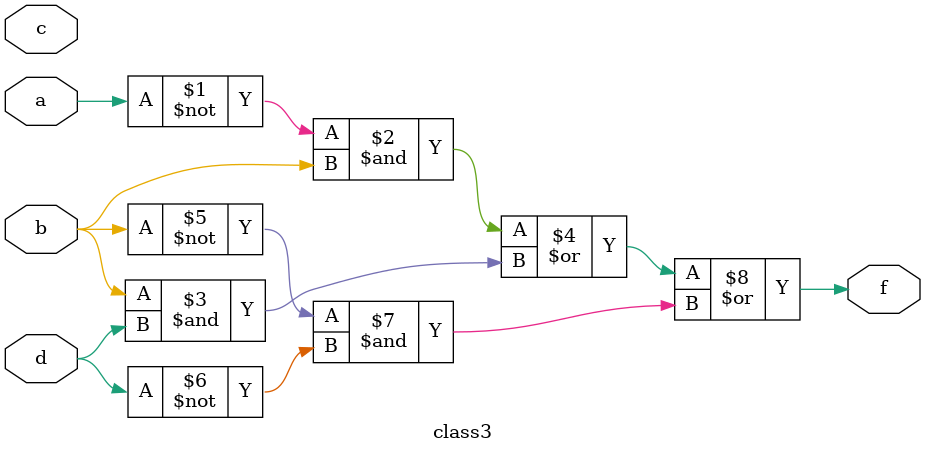
<source format=v>
module class3(a,b,c,d,f);
	input a,b,c,d;
	output f;
	assign f = (~a&b)|(b&d)|(~b&~d);
endmodule

</source>
